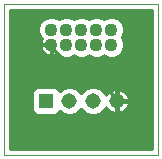
<source format=gbl>
G75*
%MOIN*%
%OFA0B0*%
%FSLAX25Y25*%
%IPPOS*%
%LPD*%
%AMOC8*
5,1,8,0,0,1.08239X$1,22.5*
%
%ADD10C,0.00000*%
%ADD11R,0.05150X0.05150*%
%ADD12C,0.05150*%
%ADD13C,0.04362*%
%ADD14C,0.01000*%
D10*
X0005000Y0010000D02*
X0005000Y0060361D01*
X0056501Y0060361D01*
X0056470Y0009970D01*
X0005000Y0010000D01*
D11*
X0018989Y0028000D03*
D12*
X0026863Y0028000D03*
X0034737Y0028000D03*
X0042611Y0028000D03*
D13*
X0040800Y0046800D03*
X0040800Y0051800D03*
X0035800Y0051800D03*
X0035800Y0046800D03*
X0030800Y0046800D03*
X0030800Y0051800D03*
X0025800Y0051800D03*
X0025800Y0046800D03*
X0020800Y0046800D03*
X0020800Y0051800D03*
D14*
X0017724Y0048822D02*
X0017538Y0048544D01*
X0017260Y0047874D01*
X0017119Y0047163D01*
X0017119Y0046891D01*
X0020709Y0046891D01*
X0020709Y0046709D01*
X0020891Y0046709D01*
X0020891Y0043119D01*
X0021163Y0043119D01*
X0021874Y0043260D01*
X0022544Y0043538D01*
X0022822Y0043724D01*
X0023375Y0043171D01*
X0024948Y0042519D01*
X0026652Y0042519D01*
X0028225Y0043171D01*
X0028300Y0043246D01*
X0028375Y0043171D01*
X0029948Y0042519D01*
X0031652Y0042519D01*
X0033225Y0043171D01*
X0033300Y0043246D01*
X0033375Y0043171D01*
X0034948Y0042519D01*
X0036652Y0042519D01*
X0038225Y0043171D01*
X0038300Y0043246D01*
X0038375Y0043171D01*
X0039948Y0042519D01*
X0041652Y0042519D01*
X0043225Y0043171D01*
X0044429Y0044375D01*
X0045081Y0045948D01*
X0045081Y0047652D01*
X0044429Y0049225D01*
X0044354Y0049300D01*
X0044429Y0049375D01*
X0045081Y0050948D01*
X0045081Y0052652D01*
X0044429Y0054225D01*
X0043225Y0055429D01*
X0041652Y0056081D01*
X0039948Y0056081D01*
X0038375Y0055429D01*
X0038300Y0055354D01*
X0038225Y0055429D01*
X0036652Y0056081D01*
X0034948Y0056081D01*
X0033375Y0055429D01*
X0033300Y0055354D01*
X0033225Y0055429D01*
X0031652Y0056081D01*
X0029948Y0056081D01*
X0028375Y0055429D01*
X0028300Y0055354D01*
X0028225Y0055429D01*
X0026652Y0056081D01*
X0024948Y0056081D01*
X0023375Y0055429D01*
X0023300Y0055354D01*
X0023225Y0055429D01*
X0021652Y0056081D01*
X0019948Y0056081D01*
X0018375Y0055429D01*
X0017171Y0054225D01*
X0016519Y0052652D01*
X0016519Y0050948D01*
X0017171Y0049375D01*
X0017724Y0048822D01*
X0017604Y0048942D02*
X0007100Y0048942D01*
X0007100Y0049940D02*
X0016936Y0049940D01*
X0016523Y0050939D02*
X0007100Y0050939D01*
X0007100Y0051937D02*
X0016519Y0051937D01*
X0016637Y0052936D02*
X0007100Y0052936D01*
X0007100Y0053934D02*
X0017050Y0053934D01*
X0017879Y0054933D02*
X0007100Y0054933D01*
X0007100Y0055932D02*
X0019587Y0055932D01*
X0022013Y0055932D02*
X0024587Y0055932D01*
X0027013Y0055932D02*
X0029587Y0055932D01*
X0032013Y0055932D02*
X0034587Y0055932D01*
X0037013Y0055932D02*
X0039587Y0055932D01*
X0042013Y0055932D02*
X0054398Y0055932D01*
X0054399Y0056930D02*
X0007100Y0056930D01*
X0007100Y0057929D02*
X0054399Y0057929D01*
X0054400Y0058261D02*
X0054371Y0012071D01*
X0007100Y0012099D01*
X0007100Y0058261D01*
X0054400Y0058261D01*
X0054397Y0054933D02*
X0043721Y0054933D01*
X0044550Y0053934D02*
X0054397Y0053934D01*
X0054396Y0052936D02*
X0044963Y0052936D01*
X0045081Y0051937D02*
X0054396Y0051937D01*
X0054395Y0050939D02*
X0045077Y0050939D01*
X0044664Y0049940D02*
X0054394Y0049940D01*
X0054394Y0048942D02*
X0044547Y0048942D01*
X0044960Y0047943D02*
X0054393Y0047943D01*
X0054393Y0046945D02*
X0045081Y0046945D01*
X0045080Y0045946D02*
X0054392Y0045946D01*
X0054391Y0044948D02*
X0044667Y0044948D01*
X0044004Y0043949D02*
X0054391Y0043949D01*
X0054390Y0042951D02*
X0042694Y0042951D01*
X0038906Y0042951D02*
X0037694Y0042951D01*
X0033906Y0042951D02*
X0032694Y0042951D01*
X0028906Y0042951D02*
X0027694Y0042951D01*
X0023906Y0042951D02*
X0007100Y0042951D01*
X0007100Y0043949D02*
X0018445Y0043949D01*
X0018453Y0043941D02*
X0019056Y0043538D01*
X0019726Y0043260D01*
X0020437Y0043119D01*
X0020709Y0043119D01*
X0020709Y0046709D01*
X0017119Y0046709D01*
X0017119Y0046437D01*
X0017260Y0045726D01*
X0017538Y0045056D01*
X0017941Y0044453D01*
X0018453Y0043941D01*
X0017610Y0044948D02*
X0007100Y0044948D01*
X0007100Y0045946D02*
X0017217Y0045946D01*
X0017119Y0046945D02*
X0007100Y0046945D01*
X0007100Y0047943D02*
X0017289Y0047943D01*
X0020800Y0046800D02*
X0021500Y0046400D01*
X0021500Y0045500D01*
X0033200Y0033800D01*
X0037700Y0033800D01*
X0042200Y0029300D01*
X0042611Y0028000D01*
X0042898Y0027973D02*
X0054381Y0027973D01*
X0054382Y0028972D02*
X0046580Y0028972D01*
X0046585Y0028954D02*
X0046387Y0029564D01*
X0046096Y0030136D01*
X0045719Y0030655D01*
X0045266Y0031108D01*
X0044747Y0031485D01*
X0044175Y0031776D01*
X0043565Y0031974D01*
X0042932Y0032075D01*
X0042898Y0032075D01*
X0042898Y0028287D01*
X0046686Y0028287D01*
X0046686Y0028321D01*
X0046585Y0028954D01*
X0046180Y0029970D02*
X0054382Y0029970D01*
X0054383Y0030969D02*
X0045405Y0030969D01*
X0043587Y0031967D02*
X0054384Y0031967D01*
X0054384Y0032966D02*
X0007100Y0032966D01*
X0007100Y0033964D02*
X0054385Y0033964D01*
X0054385Y0034963D02*
X0007100Y0034963D01*
X0007100Y0035961D02*
X0054386Y0035961D01*
X0054387Y0036960D02*
X0007100Y0036960D01*
X0007100Y0037958D02*
X0054387Y0037958D01*
X0054388Y0038957D02*
X0007100Y0038957D01*
X0007100Y0039955D02*
X0054388Y0039955D01*
X0054389Y0040954D02*
X0007100Y0040954D01*
X0007100Y0041952D02*
X0054390Y0041952D01*
X0042898Y0031967D02*
X0042324Y0031967D01*
X0042324Y0032075D02*
X0042290Y0032075D01*
X0041657Y0031974D01*
X0041047Y0031776D01*
X0040475Y0031485D01*
X0039956Y0031108D01*
X0039503Y0030655D01*
X0039126Y0030136D01*
X0039008Y0029904D01*
X0038700Y0030648D01*
X0037385Y0031963D01*
X0035667Y0032675D01*
X0033807Y0032675D01*
X0032089Y0031963D01*
X0030800Y0030674D01*
X0029511Y0031963D01*
X0027793Y0032675D01*
X0025933Y0032675D01*
X0024215Y0031963D01*
X0023664Y0031412D01*
X0023664Y0031445D01*
X0022434Y0032675D01*
X0015544Y0032675D01*
X0014314Y0031445D01*
X0014314Y0024555D01*
X0015544Y0023325D01*
X0022434Y0023325D01*
X0023664Y0024555D01*
X0023664Y0024588D01*
X0024215Y0024037D01*
X0025933Y0023325D01*
X0027793Y0023325D01*
X0029511Y0024037D01*
X0030800Y0025326D01*
X0032089Y0024037D01*
X0033807Y0023325D01*
X0035667Y0023325D01*
X0037385Y0024037D01*
X0038700Y0025352D01*
X0039008Y0026096D01*
X0039126Y0025864D01*
X0039503Y0025345D01*
X0039956Y0024892D01*
X0040475Y0024515D01*
X0041047Y0024224D01*
X0041657Y0024026D01*
X0042290Y0023925D01*
X0042324Y0023925D01*
X0042324Y0027713D01*
X0042898Y0027713D01*
X0042898Y0028287D01*
X0042324Y0028287D01*
X0042324Y0032075D01*
X0041635Y0031967D02*
X0037375Y0031967D01*
X0038379Y0030969D02*
X0039817Y0030969D01*
X0039042Y0029970D02*
X0038981Y0029970D01*
X0042324Y0029970D02*
X0042898Y0029970D01*
X0042898Y0028972D02*
X0042324Y0028972D01*
X0042898Y0027713D02*
X0046686Y0027713D01*
X0046686Y0027679D01*
X0046585Y0027046D01*
X0046387Y0026436D01*
X0046096Y0025864D01*
X0045719Y0025345D01*
X0045266Y0024892D01*
X0044747Y0024515D01*
X0044175Y0024224D01*
X0043565Y0024026D01*
X0042932Y0023925D01*
X0042898Y0023925D01*
X0042898Y0027713D01*
X0042898Y0026975D02*
X0042324Y0026975D01*
X0042324Y0025976D02*
X0042898Y0025976D01*
X0042898Y0024978D02*
X0042324Y0024978D01*
X0042324Y0023979D02*
X0042898Y0023979D01*
X0043272Y0023979D02*
X0054379Y0023979D01*
X0054378Y0022981D02*
X0007100Y0022981D01*
X0007100Y0023979D02*
X0014890Y0023979D01*
X0014314Y0024978D02*
X0007100Y0024978D01*
X0007100Y0025976D02*
X0014314Y0025976D01*
X0014314Y0026975D02*
X0007100Y0026975D01*
X0007100Y0027973D02*
X0014314Y0027973D01*
X0014314Y0028972D02*
X0007100Y0028972D01*
X0007100Y0029970D02*
X0014314Y0029970D01*
X0014314Y0030969D02*
X0007100Y0030969D01*
X0007100Y0031967D02*
X0014837Y0031967D01*
X0023141Y0031967D02*
X0024225Y0031967D01*
X0029501Y0031967D02*
X0032099Y0031967D01*
X0031095Y0030969D02*
X0030505Y0030969D01*
X0030452Y0024978D02*
X0031148Y0024978D01*
X0032228Y0023979D02*
X0029372Y0023979D01*
X0024354Y0023979D02*
X0023088Y0023979D01*
X0037246Y0023979D02*
X0041950Y0023979D01*
X0039871Y0024978D02*
X0038326Y0024978D01*
X0038959Y0025976D02*
X0039069Y0025976D01*
X0042324Y0030969D02*
X0042898Y0030969D01*
X0046562Y0026975D02*
X0054380Y0026975D01*
X0054380Y0025976D02*
X0046153Y0025976D01*
X0045351Y0024978D02*
X0054379Y0024978D01*
X0054377Y0021982D02*
X0007100Y0021982D01*
X0007100Y0020984D02*
X0054377Y0020984D01*
X0054376Y0019985D02*
X0007100Y0019985D01*
X0007100Y0018987D02*
X0054376Y0018987D01*
X0054375Y0017988D02*
X0007100Y0017988D01*
X0007100Y0016990D02*
X0054374Y0016990D01*
X0054374Y0015991D02*
X0007100Y0015991D01*
X0007100Y0014993D02*
X0054373Y0014993D01*
X0054373Y0013994D02*
X0007100Y0013994D01*
X0007100Y0012996D02*
X0054372Y0012996D01*
X0020891Y0043949D02*
X0020709Y0043949D01*
X0020709Y0044948D02*
X0020891Y0044948D01*
X0020891Y0045946D02*
X0020709Y0045946D01*
M02*

</source>
